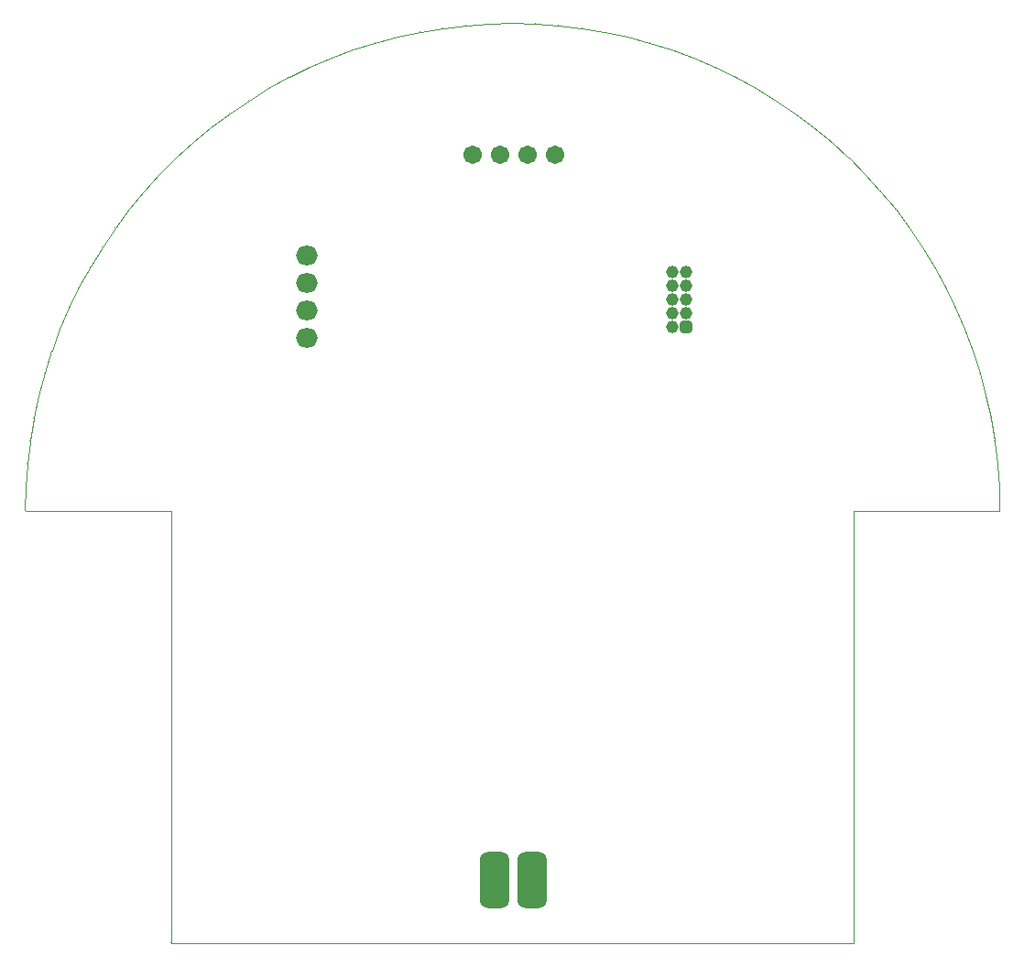
<source format=gbs>
%FSLAX25Y25*%
%MOIN*%
G70*
G01*
G75*
G04 Layer_Color=16711935*
G04:AMPARAMS|DCode=10|XSize=41.34mil|YSize=47.24mil|CornerRadius=10.34mil|HoleSize=0mil|Usage=FLASHONLY|Rotation=0.000|XOffset=0mil|YOffset=0mil|HoleType=Round|Shape=RoundedRectangle|*
%AMROUNDEDRECTD10*
21,1,0.04134,0.02658,0,0,0.0*
21,1,0.02067,0.04724,0,0,0.0*
1,1,0.02067,0.01034,-0.01329*
1,1,0.02067,-0.01034,-0.01329*
1,1,0.02067,-0.01034,0.01329*
1,1,0.02067,0.01034,0.01329*
%
%ADD10ROUNDEDRECTD10*%
G04:AMPARAMS|DCode=11|XSize=41.34mil|YSize=47.24mil|CornerRadius=10.34mil|HoleSize=0mil|Usage=FLASHONLY|Rotation=270.000|XOffset=0mil|YOffset=0mil|HoleType=Round|Shape=RoundedRectangle|*
%AMROUNDEDRECTD11*
21,1,0.04134,0.02658,0,0,270.0*
21,1,0.02067,0.04724,0,0,270.0*
1,1,0.02067,-0.01329,-0.01034*
1,1,0.02067,-0.01329,0.01034*
1,1,0.02067,0.01329,0.01034*
1,1,0.02067,0.01329,-0.01034*
%
%ADD11ROUNDEDRECTD11*%
%ADD12R,0.07087X0.07087*%
%ADD13O,0.00984X0.03543*%
%ADD14O,0.03543X0.00984*%
G04:AMPARAMS|DCode=15|XSize=21.65mil|YSize=39.37mil|CornerRadius=5.41mil|HoleSize=0mil|Usage=FLASHONLY|Rotation=270.000|XOffset=0mil|YOffset=0mil|HoleType=Round|Shape=RoundedRectangle|*
%AMROUNDEDRECTD15*
21,1,0.02165,0.02854,0,0,270.0*
21,1,0.01083,0.03937,0,0,270.0*
1,1,0.01083,-0.01427,-0.00541*
1,1,0.01083,-0.01427,0.00541*
1,1,0.01083,0.01427,0.00541*
1,1,0.01083,0.01427,-0.00541*
%
%ADD15ROUNDEDRECTD15*%
G04:AMPARAMS|DCode=16|XSize=145.67mil|YSize=59.06mil|CornerRadius=14.76mil|HoleSize=0mil|Usage=FLASHONLY|Rotation=270.000|XOffset=0mil|YOffset=0mil|HoleType=Round|Shape=RoundedRectangle|*
%AMROUNDEDRECTD16*
21,1,0.14567,0.02953,0,0,270.0*
21,1,0.11614,0.05906,0,0,270.0*
1,1,0.02953,-0.01476,-0.05807*
1,1,0.02953,-0.01476,0.05807*
1,1,0.02953,0.01476,0.05807*
1,1,0.02953,0.01476,-0.05807*
%
%ADD16ROUNDEDRECTD16*%
%ADD17R,0.03189X0.06299*%
%ADD18R,0.08268X0.11811*%
G04:AMPARAMS|DCode=19|XSize=41.34mil|YSize=47.24mil|CornerRadius=10.34mil|HoleSize=0mil|Usage=FLASHONLY|Rotation=360.000|XOffset=0mil|YOffset=0mil|HoleType=Round|Shape=RoundedRectangle|*
%AMROUNDEDRECTD19*
21,1,0.04134,0.02658,0,0,360.0*
21,1,0.02067,0.04724,0,0,360.0*
1,1,0.02067,0.01034,-0.01329*
1,1,0.02067,-0.01034,-0.01329*
1,1,0.02067,-0.01034,0.01329*
1,1,0.02067,0.01034,0.01329*
%
%ADD19ROUNDEDRECTD19*%
G04:AMPARAMS|DCode=20|XSize=98.43mil|YSize=196.85mil|CornerRadius=24.61mil|HoleSize=0mil|Usage=FLASHONLY|Rotation=180.000|XOffset=0mil|YOffset=0mil|HoleType=Round|Shape=RoundedRectangle|*
%AMROUNDEDRECTD20*
21,1,0.09843,0.14764,0,0,180.0*
21,1,0.04921,0.19685,0,0,180.0*
1,1,0.04921,-0.02461,0.07382*
1,1,0.04921,0.02461,0.07382*
1,1,0.04921,0.02461,-0.07382*
1,1,0.04921,-0.02461,-0.07382*
%
%ADD20ROUNDEDRECTD20*%
%ADD21C,0.05906*%
G04:AMPARAMS|DCode=22|XSize=11.81mil|YSize=47.24mil|CornerRadius=2.95mil|HoleSize=0mil|Usage=FLASHONLY|Rotation=180.000|XOffset=0mil|YOffset=0mil|HoleType=Round|Shape=RoundedRectangle|*
%AMROUNDEDRECTD22*
21,1,0.01181,0.04134,0,0,180.0*
21,1,0.00591,0.04724,0,0,180.0*
1,1,0.00591,-0.00295,0.02067*
1,1,0.00591,0.00295,0.02067*
1,1,0.00591,0.00295,-0.02067*
1,1,0.00591,-0.00295,-0.02067*
%
%ADD22ROUNDEDRECTD22*%
G04:AMPARAMS|DCode=23|XSize=11.81mil|YSize=47.24mil|CornerRadius=2.95mil|HoleSize=0mil|Usage=FLASHONLY|Rotation=90.000|XOffset=0mil|YOffset=0mil|HoleType=Round|Shape=RoundedRectangle|*
%AMROUNDEDRECTD23*
21,1,0.01181,0.04134,0,0,90.0*
21,1,0.00591,0.04724,0,0,90.0*
1,1,0.00591,0.02067,0.00295*
1,1,0.00591,0.02067,-0.00295*
1,1,0.00591,-0.02067,-0.00295*
1,1,0.00591,-0.02067,0.00295*
%
%ADD23ROUNDEDRECTD23*%
%ADD24C,0.00787*%
%ADD25C,0.01969*%
%ADD26C,0.03150*%
%ADD27C,0.00984*%
%ADD28C,0.00394*%
%ADD29C,0.00394*%
%ADD30O,0.07087X0.06299*%
G04:AMPARAMS|DCode=31|XSize=37.4mil|YSize=37.4mil|CornerRadius=9.35mil|HoleSize=0mil|Usage=FLASHONLY|Rotation=90.000|XOffset=0mil|YOffset=0mil|HoleType=Round|Shape=RoundedRectangle|*
%AMROUNDEDRECTD31*
21,1,0.03740,0.01870,0,0,90.0*
21,1,0.01870,0.03740,0,0,90.0*
1,1,0.01870,0.00935,0.00935*
1,1,0.01870,0.00935,-0.00935*
1,1,0.01870,-0.00935,-0.00935*
1,1,0.01870,-0.00935,0.00935*
%
%ADD31ROUNDEDRECTD31*%
%ADD32C,0.03740*%
%ADD33C,0.02953*%
%ADD34C,0.03937*%
%ADD35C,0.01969*%
%ADD36C,0.01000*%
G04:AMPARAMS|DCode=37|XSize=49.34mil|YSize=55.24mil|CornerRadius=14.34mil|HoleSize=0mil|Usage=FLASHONLY|Rotation=0.000|XOffset=0mil|YOffset=0mil|HoleType=Round|Shape=RoundedRectangle|*
%AMROUNDEDRECTD37*
21,1,0.04934,0.02658,0,0,0.0*
21,1,0.02067,0.05524,0,0,0.0*
1,1,0.02867,0.01034,-0.01329*
1,1,0.02867,-0.01034,-0.01329*
1,1,0.02867,-0.01034,0.01329*
1,1,0.02867,0.01034,0.01329*
%
%ADD37ROUNDEDRECTD37*%
G04:AMPARAMS|DCode=38|XSize=49.34mil|YSize=55.24mil|CornerRadius=14.34mil|HoleSize=0mil|Usage=FLASHONLY|Rotation=270.000|XOffset=0mil|YOffset=0mil|HoleType=Round|Shape=RoundedRectangle|*
%AMROUNDEDRECTD38*
21,1,0.04934,0.02658,0,0,270.0*
21,1,0.02067,0.05524,0,0,270.0*
1,1,0.02867,-0.01329,-0.01034*
1,1,0.02867,-0.01329,0.01034*
1,1,0.02867,0.01329,0.01034*
1,1,0.02867,0.01329,-0.01034*
%
%ADD38ROUNDEDRECTD38*%
%ADD39R,0.07887X0.07887*%
%ADD40O,0.01784X0.04343*%
%ADD41O,0.04343X0.01784*%
G04:AMPARAMS|DCode=42|XSize=29.65mil|YSize=47.37mil|CornerRadius=9.41mil|HoleSize=0mil|Usage=FLASHONLY|Rotation=270.000|XOffset=0mil|YOffset=0mil|HoleType=Round|Shape=RoundedRectangle|*
%AMROUNDEDRECTD42*
21,1,0.02965,0.02854,0,0,270.0*
21,1,0.01083,0.04737,0,0,270.0*
1,1,0.01883,-0.01427,-0.00541*
1,1,0.01883,-0.01427,0.00541*
1,1,0.01883,0.01427,0.00541*
1,1,0.01883,0.01427,-0.00541*
%
%ADD42ROUNDEDRECTD42*%
G04:AMPARAMS|DCode=43|XSize=153.67mil|YSize=67.06mil|CornerRadius=18.76mil|HoleSize=0mil|Usage=FLASHONLY|Rotation=270.000|XOffset=0mil|YOffset=0mil|HoleType=Round|Shape=RoundedRectangle|*
%AMROUNDEDRECTD43*
21,1,0.15367,0.02953,0,0,270.0*
21,1,0.11614,0.06706,0,0,270.0*
1,1,0.03753,-0.01476,-0.05807*
1,1,0.03753,-0.01476,0.05807*
1,1,0.03753,0.01476,0.05807*
1,1,0.03753,0.01476,-0.05807*
%
%ADD43ROUNDEDRECTD43*%
%ADD44R,0.03989X0.07099*%
%ADD45R,0.09068X0.12611*%
G04:AMPARAMS|DCode=46|XSize=49.34mil|YSize=55.24mil|CornerRadius=14.34mil|HoleSize=0mil|Usage=FLASHONLY|Rotation=360.000|XOffset=0mil|YOffset=0mil|HoleType=Round|Shape=RoundedRectangle|*
%AMROUNDEDRECTD46*
21,1,0.04934,0.02658,0,0,360.0*
21,1,0.02067,0.05524,0,0,360.0*
1,1,0.02867,0.01034,-0.01329*
1,1,0.02867,-0.01034,-0.01329*
1,1,0.02867,-0.01034,0.01329*
1,1,0.02867,0.01034,0.01329*
%
%ADD46ROUNDEDRECTD46*%
G04:AMPARAMS|DCode=47|XSize=106.42mil|YSize=204.85mil|CornerRadius=28.61mil|HoleSize=0mil|Usage=FLASHONLY|Rotation=180.000|XOffset=0mil|YOffset=0mil|HoleType=Round|Shape=RoundedRectangle|*
%AMROUNDEDRECTD47*
21,1,0.10642,0.14764,0,0,180.0*
21,1,0.04921,0.20485,0,0,180.0*
1,1,0.05721,-0.02461,0.07382*
1,1,0.05721,0.02461,0.07382*
1,1,0.05721,0.02461,-0.07382*
1,1,0.05721,-0.02461,-0.07382*
%
%ADD47ROUNDEDRECTD47*%
%ADD48C,0.06706*%
G04:AMPARAMS|DCode=49|XSize=19.81mil|YSize=55.24mil|CornerRadius=6.95mil|HoleSize=0mil|Usage=FLASHONLY|Rotation=180.000|XOffset=0mil|YOffset=0mil|HoleType=Round|Shape=RoundedRectangle|*
%AMROUNDEDRECTD49*
21,1,0.01981,0.04134,0,0,180.0*
21,1,0.00591,0.05524,0,0,180.0*
1,1,0.01391,-0.00295,0.02067*
1,1,0.01391,0.00295,0.02067*
1,1,0.01391,0.00295,-0.02067*
1,1,0.01391,-0.00295,-0.02067*
%
%ADD49ROUNDEDRECTD49*%
G04:AMPARAMS|DCode=50|XSize=19.81mil|YSize=55.24mil|CornerRadius=6.95mil|HoleSize=0mil|Usage=FLASHONLY|Rotation=90.000|XOffset=0mil|YOffset=0mil|HoleType=Round|Shape=RoundedRectangle|*
%AMROUNDEDRECTD50*
21,1,0.01981,0.04134,0,0,90.0*
21,1,0.00591,0.05524,0,0,90.0*
1,1,0.01391,0.02067,0.00295*
1,1,0.01391,0.02067,-0.00295*
1,1,0.01391,-0.02067,-0.00295*
1,1,0.01391,-0.02067,0.00295*
%
%ADD50ROUNDEDRECTD50*%
%ADD51O,0.07887X0.07099*%
G04:AMPARAMS|DCode=52|XSize=45.4mil|YSize=45.4mil|CornerRadius=13.35mil|HoleSize=0mil|Usage=FLASHONLY|Rotation=90.000|XOffset=0mil|YOffset=0mil|HoleType=Round|Shape=RoundedRectangle|*
%AMROUNDEDRECTD52*
21,1,0.04540,0.01870,0,0,90.0*
21,1,0.01870,0.04540,0,0,90.0*
1,1,0.02670,0.00935,0.00935*
1,1,0.02670,0.00935,-0.00935*
1,1,0.02670,-0.00935,-0.00935*
1,1,0.02670,-0.00935,0.00935*
%
%ADD52ROUNDEDRECTD52*%
%ADD53C,0.04540*%
D28*
X95893Y306684D02*
G03*
X95885Y306690I-110J-163D01*
G01*
X95894Y306684D02*
G03*
X95885Y306690I-111J-162D01*
G01*
X88685Y311078D02*
G03*
X88677Y311083I-103J-168D01*
G01*
X102884Y301953D02*
G03*
X102876Y301958I-118J-158D01*
G01*
X102884Y301953D02*
G03*
X102875Y301959I-118J-158D01*
G01*
X81269Y315128D02*
G03*
X81267Y315129I-87J-177D01*
G01*
X81276Y315124D02*
G03*
X81269Y315128I-94J-173D01*
G01*
X81276Y315124D02*
G03*
X81268Y315128I-94J-173D01*
G01*
X73682Y318813D02*
G03*
X73675Y318817I-85J-178D01*
G01*
X73684Y318812D02*
G03*
X73682Y318813I-87J-177D01*
G01*
X73683Y318813D02*
G03*
X73675Y318817I-86J-177D01*
G01*
X88685Y311078D02*
G03*
X88677Y311083I-103J-168D01*
G01*
X122397Y285840D02*
G03*
X122390Y285847I-139J-139D01*
G01*
X128366Y279872D02*
G03*
X128360Y279878I-145J-133D01*
G01*
X128367Y279870D02*
G03*
X128366Y279872I-146J-132D01*
G01*
X122391Y285846D02*
G03*
X122390Y285847I-133J-145D01*
G01*
X122397Y285840D02*
G03*
X122391Y285846I-139J-139D01*
G01*
X134045Y273624D02*
G03*
X134038Y273631I-152J-125D01*
G01*
X128366Y279871D02*
G03*
X128360Y279878I-146J-132D01*
G01*
X109642Y296894D02*
G03*
X109634Y296899I-125J-152D01*
G01*
X109642Y296894D02*
G03*
X109634Y296899I-125J-152D01*
G01*
X116150Y291519D02*
G03*
X116144Y291525I-132J-146D01*
G01*
X116152Y291518D02*
G03*
X116150Y291519I-133J-145D01*
G01*
X116151Y291519D02*
G03*
X116144Y291525I-132J-146D01*
G01*
X25247Y333036D02*
G03*
X25236Y333038I-34J-194D01*
G01*
X25246Y333037D02*
G03*
X25236Y333038I-33J-194D01*
G01*
X16864Y334039D02*
G03*
X16855Y334040I-23J-196D01*
G01*
X33570Y331637D02*
G03*
X33561Y331638I-42J-192D01*
G01*
X33571Y331637D02*
G03*
X33570Y331637I-42J-192D01*
G01*
X33571Y331637D02*
G03*
X33560Y331639I-42J-192D01*
G01*
X8444Y334641D02*
G03*
X8433Y334642I-14J-196D01*
G01*
X8444Y334641D02*
G03*
X8434Y334642I-14J-196D01*
G01*
X6Y334842D02*
G03*
X-5Y334843I-6J-197D01*
G01*
X16864Y334039D02*
G03*
X16855Y334040I-23J-196D01*
G01*
X58013Y325086D02*
G03*
X58005Y325089I-68J-185D01*
G01*
X58015Y325086D02*
G03*
X58013Y325086I-69J-184D01*
G01*
X65923Y322136D02*
G03*
X65914Y322140I-78J-181D01*
G01*
X58014Y325086D02*
G03*
X58005Y325089I-69J-184D01*
G01*
X65915Y322139D02*
G03*
X65914Y322140I-69J-184D01*
G01*
X65923Y322136D02*
G03*
X65915Y322139I-78J-181D01*
G01*
X41819Y329842D02*
G03*
X41810Y329844I-51J-190D01*
G01*
X41820Y329842D02*
G03*
X41819Y329842I-51J-190D01*
G01*
X41819Y329842D02*
G03*
X41810Y329844I-51J-190D01*
G01*
X49973Y327657D02*
G03*
X49964Y327660I-60J-188D01*
G01*
X49964Y327659D02*
G03*
X49964Y327660I-51J-190D01*
G01*
X49973Y327657D02*
G03*
X49964Y327659I-60J-188D01*
G01*
X172364Y199291D02*
G03*
X172362Y199300I-192J-42D01*
G01*
X172364Y199290D02*
G03*
X172364Y199291I-192J-42D01*
G01*
X170179Y207445D02*
G03*
X170176Y207454I-190J-51D01*
G01*
X170179Y207444D02*
G03*
X170179Y207445I-190J-51D01*
G01*
X172362Y199299D02*
G03*
X172362Y199300I-190J-51D01*
G01*
X172364Y199291D02*
G03*
X172362Y199299I-192J-42D01*
G01*
X174158Y191041D02*
G03*
X174156Y191051I-194J-32D01*
G01*
X174158Y191042D02*
G03*
X174156Y191051I-194J-33D01*
G01*
X167609Y215485D02*
G03*
X167606Y215494I-188J-60D01*
G01*
X167606Y215494D02*
G03*
X167606Y215495I-185J-68D01*
G01*
X167609Y215485D02*
G03*
X167606Y215494I-188J-60D01*
G01*
X164659Y223395D02*
G03*
X164656Y223404I-184J-69D01*
G01*
X164659Y223394D02*
G03*
X164659Y223395I-185J-68D01*
G01*
X170179Y207445D02*
G03*
X170176Y207454I-190J-51D01*
G01*
X177162Y165914D02*
G03*
X177161Y165924I-197J-3D01*
G01*
X177162Y165910D02*
G03*
X177162Y165914I-197J0D01*
G01*
X176560Y174335D02*
G03*
X176559Y174344I-196J-14D01*
G01*
X177162Y165915D02*
G03*
X177161Y165924I-197J-5D01*
G01*
X177362Y157480D02*
G03*
X177362Y157485I-197J0D01*
G01*
X177362Y157480D02*
G03*
X177362Y157486I-197J0D01*
G01*
X177165Y157283D02*
G03*
X177362Y157480I0J197D01*
G01*
X177165Y157283D02*
G03*
X177362Y157480I0J197D01*
G01*
X175558Y182717D02*
G03*
X175556Y182726I-196J-23D01*
G01*
X176560Y174335D02*
G03*
X176559Y174344I-196J-14D01*
G01*
X175558Y182717D02*
G03*
X175556Y182727I-196J-23D01*
G01*
X149209Y253366D02*
G03*
X149203Y253375I-168J-103D01*
G01*
X149209Y253366D02*
G03*
X149204Y253374I-168J-103D01*
G01*
X144478Y260356D02*
G03*
X144472Y260364I-164J-109D01*
G01*
X153603Y246157D02*
G03*
X153598Y246165I-173J-94D01*
G01*
X153603Y246157D02*
G03*
X153598Y246165I-173J-94D01*
G01*
X139419Y267115D02*
G03*
X139413Y267122I-158J-118D01*
G01*
X139419Y267115D02*
G03*
X139413Y267122I-158J-118D01*
G01*
X134039Y273631D02*
G03*
X134038Y273632I-146J-132D01*
G01*
X134045Y273624D02*
G03*
X134039Y273631I-152J-125D01*
G01*
X144478Y260357D02*
G03*
X144472Y260364I-163J-110D01*
G01*
X161333Y231163D02*
G03*
X161332Y231164I-178J-85D01*
G01*
X161336Y231155D02*
G03*
X161333Y231163I-181J-78D01*
G01*
X161336Y231155D02*
G03*
X161332Y231164I-181J-78D01*
G01*
X157648Y238749D02*
G03*
X157644Y238757I-177J-87D01*
G01*
X157648Y238747D02*
G03*
X157648Y238749I-178J-85D01*
G01*
X164659Y223395D02*
G03*
X164656Y223404I-184J-69D01*
G01*
X157648Y238748D02*
G03*
X157644Y238757I-177J-86D01*
G01*
X124016Y-197D02*
G03*
X124213Y0I0J197D01*
G01*
X124016Y-197D02*
G03*
X124213Y0I0J197D01*
G01*
X5Y334843D02*
G03*
X-6Y334842I-5J-197D01*
G01*
X-8433Y334642D02*
G03*
X-8444Y334641I3J-197D01*
G01*
X-8435Y334642D02*
G03*
X-8444Y334641I5J-197D01*
G01*
X-16855Y334040D02*
G03*
X-16864Y334039I14J-196D01*
G01*
X-16855Y334040D02*
G03*
X-16864Y334039I14J-196D01*
G01*
X-25237Y333038D02*
G03*
X-25246Y333037I23J-196D01*
G01*
X-25237Y333038D02*
G03*
X-25247Y333036I23J-196D01*
G01*
X-33560Y331639D02*
G03*
X-33571Y331637I32J-194D01*
G01*
X-33562Y331638D02*
G03*
X-33571Y331637I33J-194D01*
G01*
X-41810Y329844D02*
G03*
X-41819Y329842I42J-192D01*
G01*
X-41819Y329842D02*
G03*
X-41820Y329842I51J-190D01*
G01*
X-41810Y329844D02*
G03*
X-41819Y329842I42J-192D01*
G01*
X-49965Y327659D02*
G03*
X-49973Y327657I51J-190D01*
G01*
X-49964Y327660D02*
G03*
X-49965Y327659I51J-190D01*
G01*
X-49964Y327660D02*
G03*
X-49973Y327657I51J-190D01*
G01*
X-58005Y325089D02*
G03*
X-58014Y325086I60J-188D01*
G01*
X-58013Y325086D02*
G03*
X-58015Y325086I68J-185D01*
G01*
X-58005Y325089D02*
G03*
X-58013Y325086I60J-188D01*
G01*
X-65915Y322139D02*
G03*
X-65923Y322136I69J-184D01*
G01*
X-65914Y322140D02*
G03*
X-65915Y322139I68J-185D01*
G01*
X-65915Y322139D02*
G03*
X-65923Y322136I69J-184D01*
G01*
X-73675Y318817D02*
G03*
X-73683Y318813I78J-181D01*
G01*
X-73682Y318813D02*
G03*
X-73684Y318812I85J-178D01*
G01*
X-73675Y318817D02*
G03*
X-73682Y318813I78J-181D01*
G01*
X-81269Y315128D02*
G03*
X-81276Y315124I87J-177D01*
G01*
X-81267Y315129D02*
G03*
X-81269Y315128I85J-178D01*
G01*
X-81268Y315128D02*
G03*
X-81276Y315124I86J-177D01*
G01*
X-88677Y311083D02*
G03*
X-88685Y311078I94J-173D01*
G01*
X-88677Y311083D02*
G03*
X-88685Y311078I94J-173D01*
G01*
X-95885Y306689D02*
G03*
X-95893Y306684I103J-168D01*
G01*
X-95885Y306689D02*
G03*
X-95894Y306684I103J-168D01*
G01*
X-102875Y301959D02*
G03*
X-102884Y301953I109J-164D01*
G01*
X-102876Y301958D02*
G03*
X-102884Y301953I110J-163D01*
G01*
X-109634Y296899D02*
G03*
X-109642Y296894I118J-158D01*
G01*
X-109634Y296899D02*
G03*
X-109642Y296894I118J-158D01*
G01*
X-116144Y291525D02*
G03*
X-116151Y291519I125J-152D01*
G01*
X-116150Y291519D02*
G03*
X-116152Y291518I132J-146D01*
G01*
X-116144Y291525D02*
G03*
X-116150Y291519I125J-152D01*
G01*
X-122391Y285846D02*
G03*
X-122397Y285840I133J-145D01*
G01*
X-122390Y285847D02*
G03*
X-122391Y285846I132J-146D01*
G01*
X-122391Y285847D02*
G03*
X-122397Y285840I132J-146D01*
G01*
X-128360Y279878D02*
G03*
X-128366Y279871I139J-139D01*
G01*
X-128366Y279872D02*
G03*
X-128367Y279870I145J-133D01*
G01*
X-128360Y279878D02*
G03*
X-128366Y279872I139J-139D01*
G01*
X-134039Y273631D02*
G03*
X-134045Y273624I146J-132D01*
G01*
X-134038Y273632D02*
G03*
X-134039Y273631I145J-133D01*
G01*
X-134038Y273631D02*
G03*
X-134045Y273624I146J-132D01*
G01*
X-139413Y267122D02*
G03*
X-139419Y267115I152J-125D01*
G01*
X-139413Y267122D02*
G03*
X-139419Y267115I152J-125D01*
G01*
X-144472Y260364D02*
G03*
X-144478Y260357I158J-118D01*
G01*
X-144472Y260364D02*
G03*
X-144478Y260356I158J-118D01*
G01*
X-149203Y253375D02*
G03*
X-149209Y253366I162J-111D01*
G01*
X-149204Y253374D02*
G03*
X-149209Y253366I163J-110D01*
G01*
X-153598Y246165D02*
G03*
X-153603Y246157I168J-103D01*
G01*
X-153598Y246165D02*
G03*
X-153603Y246157I168J-103D01*
G01*
X-124213Y-0D02*
G03*
X-124016Y-197I197J0D01*
G01*
X-124213Y-0D02*
G03*
X-124016Y-197I197J0D01*
G01*
X-157644Y238756D02*
G03*
X-157648Y238748I173J-94D01*
G01*
X-157648Y238749D02*
G03*
X-157649Y238747I177J-87D01*
G01*
X-157644Y238756D02*
G03*
X-157648Y238749I173J-94D01*
G01*
X-161333Y231163D02*
G03*
X-161336Y231155I178J-85D01*
G01*
X-161332Y231164D02*
G03*
X-161333Y231163I177J-87D01*
G01*
X-161332Y231164D02*
G03*
X-161336Y231155I177J-86D01*
G01*
X-164656Y223404D02*
G03*
X-164659Y223395I181J-78D01*
G01*
X-164659Y223395D02*
G03*
X-164659Y223394I184J-69D01*
G01*
X-164656Y223404D02*
G03*
X-164659Y223395I181J-78D01*
G01*
X-167606Y215494D02*
G03*
X-167609Y215485I185J-68D01*
G01*
X-167606Y215495D02*
G03*
X-167606Y215494I184J-69D01*
G01*
X-167606Y215494D02*
G03*
X-167609Y215485I184J-69D01*
G01*
X-170177Y207453D02*
G03*
X-170179Y207445I188J-60D01*
G01*
X-170179Y207445D02*
G03*
X-170179Y207444I190J-51D01*
G01*
X-170177Y207453D02*
G03*
X-170179Y207445I188J-60D01*
G01*
X-172362Y199299D02*
G03*
X-172364Y199291I190J-51D01*
G01*
X-172362Y199300D02*
G03*
X-172362Y199299I190J-51D01*
G01*
X-172364Y199291D02*
G03*
X-172364Y199290I192J-42D01*
G01*
X-172362Y199300D02*
G03*
X-172364Y199291I190J-51D01*
G01*
X-174156Y191051D02*
G03*
X-174158Y191042I192J-42D01*
G01*
X-174156Y191051D02*
G03*
X-174158Y191041I192J-42D01*
G01*
X-175556Y182727D02*
G03*
X-175558Y182717I194J-34D01*
G01*
X-175556Y182726D02*
G03*
X-175558Y182717I194J-33D01*
G01*
X-176559Y174344D02*
G03*
X-176560Y174335I196J-23D01*
G01*
X-176559Y174344D02*
G03*
X-176560Y174335I196J-23D01*
G01*
X-177161Y165924D02*
G03*
X-177162Y165915I196J-14D01*
G01*
X-177161Y165924D02*
G03*
X-177162Y165914I196J-14D01*
G01*
X-177362Y157485D02*
G03*
X-177165Y157283I197J-5D01*
G01*
X-177362Y157486D02*
G03*
X-177165Y157283I197J-6D01*
G01*
X88685Y311078D02*
X95885Y306690D01*
X102884Y301953D02*
X109634Y296899D01*
X102875Y301959D02*
X102876Y301958D01*
X95894Y306684D02*
X102875Y301959D01*
X95893Y306684D02*
X95894Y306684D01*
X81268Y315128D02*
X81269Y315128D01*
X81267Y315129D02*
X81268Y315128D01*
X73684Y318812D02*
X81267Y315129D01*
X73683Y318813D02*
X73684Y318812D01*
X73682Y318813D02*
X73683Y318813D01*
X81276Y315124D02*
X88677Y311083D01*
X122397Y285840D02*
X128360Y279878D01*
X122390Y285847D02*
X122391Y285846D01*
X122390Y285847D02*
X122390Y285847D01*
X116152Y291518D02*
X122390Y285847D01*
X116151Y291519D02*
X116152Y291518D01*
X116150Y291519D02*
X116151Y291519D01*
X128366Y279872D02*
X128366Y279871D01*
X128367Y279870D01*
X134038Y273632D01*
X134038Y273631D01*
X134039Y273631D01*
X109642Y296894D02*
X116144Y291525D01*
X16864Y334039D02*
X25236Y333038D01*
X41810Y329844D02*
X41810Y329844D01*
X41810Y329844D02*
X41810Y329844D01*
X33571Y331637D02*
X41810Y329844D01*
X33571Y331637D02*
X33571Y331637D01*
X33570Y331637D02*
X33571Y331637D01*
X33560Y331639D02*
X33561Y331638D01*
X25247Y333036D02*
X33560Y331639D01*
X25246Y333037D02*
X25247Y333036D01*
X8433Y334642D02*
X8434Y334642D01*
X6Y334842D02*
X8433Y334642D01*
X5Y334843D02*
X6Y334842D01*
X8444Y334641D02*
X16855Y334040D01*
X65914Y322140D02*
X65915Y322139D01*
X65914Y322140D02*
X65914Y322140D01*
X58015Y325086D02*
X65914Y322140D01*
X58014Y325086D02*
X58015Y325086D01*
X58013Y325086D02*
X58014Y325086D01*
X49973Y327657D02*
X58005Y325089D01*
X65923Y322136D02*
X73675Y318817D01*
X49964Y327660D02*
X49964Y327659D01*
X49964Y327660D02*
X49964Y327660D01*
X41820Y329842D02*
X49964Y327660D01*
X41819Y329842D02*
X41820Y329842D01*
X41819Y329842D02*
X41819Y329842D01*
X172364Y199291D02*
X172364Y199291D01*
X172364Y199290D01*
X174156Y191051D01*
X174156Y191051D01*
X174156Y191051D01*
X170179Y207445D02*
X170179Y207445D01*
X170179Y207444D01*
X172362Y199300D01*
X172362Y199300D01*
X172362Y199299D01*
X174158Y191042D02*
X174158Y191041D01*
X175556Y182727D01*
X175556Y182726D01*
X164659Y223395D02*
X164659Y223395D01*
X164659Y223394D01*
X167606Y215495D01*
X167606Y215494D01*
X167606Y215494D01*
X167609Y215485D02*
X170176Y207454D01*
X177162Y165915D02*
X177162Y165914D01*
X177362Y157486D01*
X177362Y157485D01*
X176560Y174335D02*
X177161Y165924D01*
X175558Y182717D02*
X176559Y174344D01*
X124213Y157283D02*
X177165Y157283D01*
X144478Y260357D02*
X144478Y260356D01*
X149203Y253375D01*
X149204Y253374D01*
X149209Y253366D02*
X153598Y246165D01*
X134045Y273624D02*
X139413Y267122D01*
X139419Y267115D02*
X144472Y260364D01*
X157648Y238749D02*
X157648Y238748D01*
X157648Y238747D01*
X161332Y231164D01*
X161332Y231164D01*
X161333Y231163D01*
X161336Y231155D02*
X164656Y223404D01*
X153603Y246157D02*
X157644Y238757D01*
X124213Y0D02*
Y157283D01*
X-6Y334842D02*
X-5Y334843D01*
X-8433Y334642D02*
X-6Y334842D01*
X-8435Y334642D02*
X-8433Y334642D01*
X-16855Y334040D02*
X-8444Y334641D01*
X-25237Y333038D02*
X-16864Y334039D01*
X-25247Y333036D02*
X-25246Y333037D01*
X-33560Y331639D02*
X-25247Y333036D01*
X-33562Y331638D02*
X-33560Y331639D01*
X-41810Y329844D02*
X-33571Y331637D01*
X-41819Y329842D02*
X-41819Y329842D01*
X-41820Y329842D02*
X-41819Y329842D01*
X-49964Y327660D02*
X-41820Y329842D01*
X-49964Y327660D02*
X-49964Y327660D01*
X-49965Y327659D02*
X-49964Y327660D01*
X-58005Y325089D02*
X-49973Y327657D01*
X-58014Y325086D02*
X-58013Y325086D01*
X-58015Y325086D02*
X-58014Y325086D01*
X-65914Y322140D02*
X-58015Y325086D01*
X-65915Y322139D02*
X-65914Y322140D01*
X-65915Y322139D02*
X-65915Y322139D01*
X-73675Y318817D02*
X-65923Y322136D01*
X-73683Y318813D02*
X-73682Y318813D01*
X-73684Y318812D02*
X-73683Y318813D01*
X-81267Y315129D02*
X-73684Y318812D01*
X-81268Y315128D02*
X-81267Y315129D01*
X-81269Y315128D02*
X-81268Y315128D01*
X-88677Y311083D02*
X-81276Y315124D01*
X-95885Y306689D02*
X-88685Y311078D01*
X-95894Y306684D02*
X-95893Y306684D01*
X-102875Y301959D02*
X-95894Y306684D01*
X-102876Y301958D02*
X-102875Y301959D01*
X-109634Y296899D02*
X-102884Y301953D01*
X-116144Y291525D02*
X-109642Y296894D01*
X-116151Y291519D02*
X-116150Y291519D01*
X-116152Y291518D02*
X-116151Y291519D01*
X-122390Y285847D02*
X-116152Y291518D01*
X-122391Y285847D02*
X-122390Y285847D01*
X-122391Y285846D02*
X-122391Y285847D01*
X-128360Y279878D02*
X-122397Y285840D01*
X-128366Y279871D02*
X-128366Y279872D01*
X-128367Y279870D02*
X-128366Y279871D01*
X-134038Y273632D02*
X-128367Y279870D01*
X-134038Y273631D02*
X-134038Y273632D01*
X-134039Y273631D02*
X-134038Y273631D01*
X-139413Y267122D02*
X-134045Y273624D01*
X-144472Y260364D02*
X-139419Y267115D01*
X-144478Y260356D02*
X-144478Y260357D01*
X-149203Y253375D02*
X-144478Y260356D01*
X-149204Y253374D02*
X-149203Y253375D01*
X-153598Y246165D02*
X-149209Y253366D01*
X-124016Y-197D02*
X124016Y-197D01*
X-124213Y-0D02*
Y157283D01*
X-157644Y238756D02*
X-153603Y246157D01*
X-157648Y238748D02*
X-157648Y238749D01*
X-157649Y238747D02*
X-157648Y238748D01*
X-161332Y231164D02*
X-157649Y238747D01*
X-161332Y231164D02*
X-161332Y231164D01*
X-161333Y231163D02*
X-161332Y231164D01*
X-177165Y157283D02*
X-124213Y157283D01*
X-164656Y223404D02*
X-161336Y231155D01*
X-164659Y223395D02*
X-164659Y223395D01*
X-164659Y223394D02*
X-164659Y223395D01*
X-167606Y215495D02*
X-164659Y223394D01*
X-167606Y215494D02*
X-167606Y215495D01*
X-167606Y215494D02*
X-167606Y215494D01*
X-170177Y207453D02*
X-167609Y215485D01*
X-170179Y207445D02*
X-170179Y207445D01*
X-170179Y207444D02*
X-170179Y207445D01*
X-172362Y199300D02*
X-170179Y207444D01*
X-172362Y199300D02*
X-172362Y199300D01*
X-172362Y199299D02*
X-172362Y199300D01*
X-172364Y199291D02*
X-172364Y199291D01*
X-172364Y199290D02*
X-172364Y199291D01*
X-174156Y191051D02*
X-172364Y199290D01*
X-174156Y191051D02*
X-174156Y191051D01*
X-174156Y191051D02*
X-174156Y191051D01*
X-174158Y191041D02*
X-174158Y191042D01*
X-175556Y182727D02*
X-174158Y191041D01*
X-175556Y182726D02*
X-175556Y182727D01*
X-176559Y174344D02*
X-175558Y182717D01*
X-177161Y165924D02*
X-176560Y174335D01*
X-177162Y165914D02*
X-177162Y165915D01*
X-177362Y157486D02*
X-177162Y165914D01*
X-177362Y157485D02*
X-177362Y157486D01*
D29*
X41810Y329844D02*
D03*
X174156Y191051D02*
D03*
X-174156Y191051D02*
D03*
D47*
X7303Y23031D02*
D03*
X-6476D02*
D03*
D48*
X-14410Y287008D02*
D03*
X-4409D02*
D03*
X5591D02*
D03*
X15590D02*
D03*
X-4587Y23031D02*
D03*
X5413D02*
D03*
D51*
X-74735Y250256D02*
D03*
Y240256D02*
D03*
Y220256D02*
D03*
Y230256D02*
D03*
D52*
X63130Y224350D02*
D03*
D53*
X58130D02*
D03*
X63130Y229350D02*
D03*
Y234350D02*
D03*
X58130Y229350D02*
D03*
Y234350D02*
D03*
X63130Y239350D02*
D03*
Y244350D02*
D03*
X58130Y239350D02*
D03*
Y244350D02*
D03*
M02*

</source>
